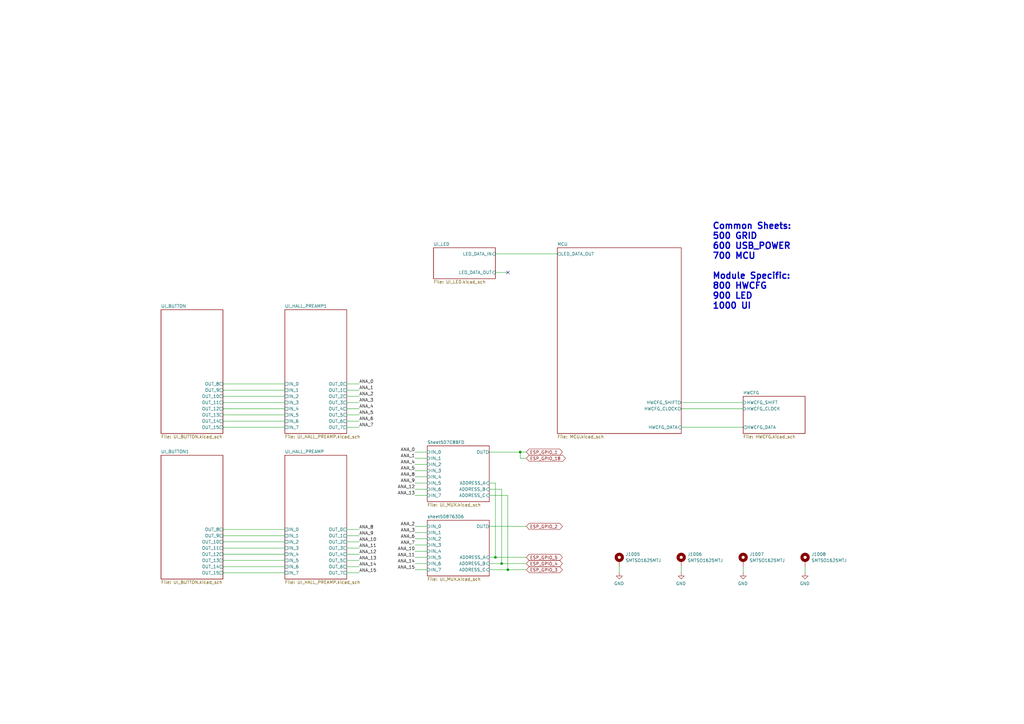
<source format=kicad_sch>
(kicad_sch (version 20231120) (generator "eeschema") (generator_version "8.0")
  (paper "A3")
  (lib_symbols
    (symbol "power:GND" (power) (pin_names (offset 0))
      (property "Value" "GND" (at 0 -3.81 0))
      (symbol "GND_0_1"
        (polyline (pts (xy 0 0) (xy 0 -1.27) (xy 1.27 -1.27) (xy 0 -2.54) (xy -1.27 -1.27) (xy 0 -1.27)))
      )
      (symbol "GND_1_1"
        (pin power_in line (at 0 0 270) (length 0) hide (name "GND") (number "1"))
      )
    )
    (symbol "suku_basics:SMD_NUT" (pin_numbers hide) (pin_names (offset 1.016) hide)
      (property "Reference" "J" (at 0 6.35 0))
      (property "Value" "SMD_NUT" (at 0 4.445 0))
      (symbol "SMD_NUT_0_1"
        (circle (center 0 1.27) (radius 1.27) (stroke (width 1.27)))
      )
      (symbol "SMD_NUT_1_1"
        (pin input line (at 0 -2.54 90) (length 2.54) (name "1") (number "1"))
      )
    )
  )
  (junction (at 213.36 185.42))
  (junction (at 203.2 228.6))
  (junction (at 208.28 233.68))
  (junction (at 205.74 231.14))
  (no_connect (at 208.28 111.76))
  (wire (pts (xy 147.32 217.17) (xy 142.24 217.17)))
  (wire (pts (xy 175.26 203.2) (xy 170.18 203.2)))
  (wire (pts (xy 279.4 165.1) (xy 304.8 165.1)))
  (wire (pts (xy 91.44 160.02) (xy 116.84 160.02)))
  (wire (pts (xy 91.44 217.17) (xy 116.84 217.17)))
  (wire (pts (xy 91.44 170.18) (xy 116.84 170.18)))
  (wire (pts (xy 203.2 111.76) (xy 208.28 111.76)))
  (wire (pts (xy 330.2 232.41) (xy 330.2 234.95)))
  (wire (pts (xy 142.24 160.02) (xy 147.32 160.02)))
  (wire (pts (xy 91.44 172.72) (xy 116.84 172.72)))
  (wire (pts (xy 228.6 104.14) (xy 203.2 104.14)))
  (wire (pts (xy 91.44 157.48) (xy 116.84 157.48)))
  (wire (pts (xy 203.2 228.6) (xy 215.9 228.6)))
  (wire (pts (xy 91.44 222.25) (xy 116.84 222.25)))
  (wire (pts (xy 91.44 167.64) (xy 116.84 167.64)))
  (wire (pts (xy 142.24 165.1) (xy 147.32 165.1)))
  (wire (pts (xy 175.26 198.12) (xy 170.18 198.12)))
  (wire (pts (xy 175.26 233.68) (xy 170.18 233.68)))
  (wire (pts (xy 142.24 224.79) (xy 147.32 224.79)))
  (wire (pts (xy 142.24 229.87) (xy 147.32 229.87)))
  (wire (pts (xy 208.28 203.2) (xy 208.28 233.68)))
  (wire (pts (xy 91.44 229.87) (xy 116.84 229.87)))
  (wire (pts (xy 142.24 175.26) (xy 147.32 175.26)))
  (wire (pts (xy 175.26 220.98) (xy 170.18 220.98)))
  (wire (pts (xy 200.66 228.6) (xy 203.2 228.6)))
  (wire (pts (xy 91.44 165.1) (xy 116.84 165.1)))
  (wire (pts (xy 142.24 234.95) (xy 147.32 234.95)))
  (wire (pts (xy 175.26 193.04) (xy 170.18 193.04)))
  (wire (pts (xy 200.66 185.42) (xy 213.36 185.42)))
  (wire (pts (xy 254 232.41) (xy 254 234.95)))
  (wire (pts (xy 91.44 175.26) (xy 116.84 175.26)))
  (wire (pts (xy 175.26 218.44) (xy 170.18 218.44)))
  (wire (pts (xy 91.44 224.79) (xy 116.84 224.79)))
  (wire (pts (xy 200.66 215.9) (xy 215.9 215.9)))
  (wire (pts (xy 200.66 200.66) (xy 205.74 200.66)))
  (wire (pts (xy 147.32 222.25) (xy 142.24 222.25)))
  (wire (pts (xy 213.36 187.96) (xy 213.36 185.42)))
  (wire (pts (xy 91.44 162.56) (xy 116.84 162.56)))
  (wire (pts (xy 147.32 227.33) (xy 142.24 227.33)))
  (wire (pts (xy 200.66 233.68) (xy 208.28 233.68)))
  (wire (pts (xy 142.24 170.18) (xy 147.32 170.18)))
  (wire (pts (xy 279.4 175.26) (xy 304.8 175.26)))
  (wire (pts (xy 205.74 200.66) (xy 205.74 231.14)))
  (wire (pts (xy 147.32 157.48) (xy 142.24 157.48)))
  (wire (pts (xy 200.66 231.14) (xy 205.74 231.14)))
  (wire (pts (xy 175.26 228.6) (xy 170.18 228.6)))
  (wire (pts (xy 203.2 198.12) (xy 203.2 228.6)))
  (wire (pts (xy 91.44 227.33) (xy 116.84 227.33)))
  (wire (pts (xy 147.32 232.41) (xy 142.24 232.41)))
  (wire (pts (xy 213.36 185.42) (xy 215.9 185.42)))
  (wire (pts (xy 175.26 187.96) (xy 170.18 187.96)))
  (wire (pts (xy 175.26 226.06) (xy 170.18 226.06)))
  (wire (pts (xy 215.9 187.96) (xy 213.36 187.96)))
  (wire (pts (xy 279.4 167.64) (xy 304.8 167.64)))
  (wire (pts (xy 175.26 195.58) (xy 170.18 195.58)))
  (wire (pts (xy 175.26 215.9) (xy 170.18 215.9)))
  (wire (pts (xy 91.44 232.41) (xy 116.84 232.41)))
  (wire (pts (xy 200.66 198.12) (xy 203.2 198.12)))
  (wire (pts (xy 91.44 219.71) (xy 116.84 219.71)))
  (wire (pts (xy 304.8 232.41) (xy 304.8 234.95)))
  (wire (pts (xy 208.28 233.68) (xy 215.9 233.68)))
  (wire (pts (xy 175.26 190.5) (xy 170.18 190.5)))
  (wire (pts (xy 147.32 172.72) (xy 142.24 172.72)))
  (wire (pts (xy 175.26 231.14) (xy 170.18 231.14)))
  (wire (pts (xy 91.44 234.95) (xy 116.84 234.95)))
  (wire (pts (xy 205.74 231.14) (xy 215.9 231.14)))
  (wire (pts (xy 142.24 219.71) (xy 147.32 219.71)))
  (wire (pts (xy 147.32 162.56) (xy 142.24 162.56)))
  (wire (pts (xy 175.26 185.42) (xy 170.18 185.42)))
  (wire (pts (xy 147.32 167.64) (xy 142.24 167.64)))
  (wire (pts (xy 175.26 223.52) (xy 170.18 223.52)))
  (wire (pts (xy 175.26 200.66) (xy 170.18 200.66)))
  (wire (pts (xy 200.66 203.2) (xy 208.28 203.2)))
  (wire (pts (xy 279.4 232.41) (xy 279.4 234.95)))
  (text "Common Sheets:\n500 GRID\n600 USB_POWER\n700 MCU\n\nModule Specific:\n800 HWCFG\n900 LED\n1000 UI" (at 292.1 127 0) (effects (font (size 2.54 2.54) (thickness 0.508) (bold yes)) (justify left bottom)))
  (label "ANA_9" (at 147.32 219.71 0))
  (label "ANA_11" (at 147.32 224.79 0))
  (label "ANA_6" (at 170.18 220.98 180))
  (label "ANA_15" (at 170.18 233.68 180))
  (label "ANA_8" (at 147.32 217.17 0))
  (label "ANA_9" (at 170.18 198.12 180))
  (label "ANA_15" (at 147.32 234.95 0))
  (label "ANA_14" (at 170.18 231.14 180))
  (label "ANA_3" (at 147.32 165.1 0))
  (label "ANA_10" (at 170.18 226.06 180))
  (label "ANA_4" (at 170.18 190.5 180))
  (label "ANA_5" (at 170.18 193.04 180))
  (label "ANA_1" (at 170.18 187.96 180))
  (label "ANA_11" (at 170.18 228.6 180))
  (label "ANA_1" (at 147.32 160.02 0))
  (label "ANA_13" (at 170.18 203.2 180))
  (label "ANA_7" (at 170.18 223.52 180))
  (label "ANA_2" (at 147.32 162.56 0))
  (label "ANA_7" (at 147.32 175.26 0))
  (label "ANA_2" (at 170.18 215.9 180))
  (label "ANA_6" (at 147.32 172.72 0))
  (label "ANA_12" (at 147.32 227.33 0))
  (label "ANA_0" (at 147.32 157.48 0))
  (label "ANA_14" (at 147.32 232.41 0))
  (label "ANA_12" (at 170.18 200.66 180))
  (label "ANA_8" (at 170.18 195.58 180))
  (label "ANA_10" (at 147.32 222.25 0))
  (label "ANA_5" (at 147.32 170.18 0))
  (label "ANA_13" (at 147.32 229.87 0))
  (label "ANA_0" (at 170.18 185.42 180))
  (label "ANA_3" (at 170.18 218.44 180))
  (label "ANA_4" (at 147.32 167.64 0))
  (global_label "ESP_GPIO_5" (shape bidirectional) (at 215.9 228.6 0) (property "Intersheetrefs" "${INTERSHEET_REFS}" (effects (hide yes))))
  (global_label "ESP_GPIO_1" (shape bidirectional) (at 215.9 185.42 0) (property "Intersheetrefs" "${INTERSHEET_REFS}" (effects (hide yes))))
  (global_label "ESP_GPIO_18" (shape bidirectional) (at 215.9 187.96 0) (property "Intersheetrefs" "${INTERSHEET_REFS}" (effects (hide yes))))
  (global_label "ESP_GPIO_4" (shape bidirectional) (at 215.9 231.14 0) (property "Intersheetrefs" "${INTERSHEET_REFS}" (effects (hide yes))))
  (global_label "ESP_GPIO_3" (shape bidirectional) (at 215.9 233.68 0) (property "Intersheetrefs" "${INTERSHEET_REFS}" (effects (hide yes))))
  (global_label "ESP_GPIO_2" (shape bidirectional) (at 215.9 215.9 0) (property "Intersheetrefs" "${INTERSHEET_REFS}" (effects (hide yes))))
  (symbol (lib_id "suku_basics:SMD_NUT") (at 330.2 229.87 0) (unit 1)
    (property "Reference" "J1008" (at 332.74 227.3299 0) (effects (justify left)))
    (property "Value" "SMTSO1625MTJ" (at 332.74 229.8699 0) (effects (justify left)))
    (property "Footprint" "suku_basics:SMD_NUT_M1.6x2.5" (effects (hide yes)))
    (property "Description" "SMD Nut" (effects (hide yes)))
  )
  (symbol (lib_id "power:GND") (at 279.4 234.95 0) (mirror y) (unit 1)
    (property "Reference" "#PWR01175" (effects (hide yes)))
    (property "Value" "GND" (at 279.273 239.3442 0))
  )
  (symbol (lib_id "power:GND") (at 330.2 234.95 0) (mirror y) (unit 1)
    (property "Reference" "#PWR01177" (effects (hide yes)))
    (property "Value" "GND" (at 330.073 239.3442 0))
  )
  (symbol (lib_id "suku_basics:SMD_NUT") (at 254 229.87 0) (unit 1)
    (property "Reference" "J1005" (at 256.54 227.3299 0) (effects (justify left)))
    (property "Value" "SMTSO1625MTJ" (at 256.54 229.8699 0) (effects (justify left)))
    (property "Footprint" "suku_basics:SMD_NUT_M1.6x2.5" (effects (hide yes)))
    (property "Description" "SMD Nut" (effects (hide yes)))
  )
  (symbol (lib_id "suku_basics:SMD_NUT") (at 279.4 229.87 0) (unit 1)
    (property "Reference" "J1006" (at 281.94 227.3299 0) (effects (justify left)))
    (property "Value" "SMTSO1625MTJ" (at 281.94 229.8699 0) (effects (justify left)))
    (property "Footprint" "suku_basics:SMD_NUT_M1.6x2.5" (effects (hide yes)))
    (property "Description" "SMD Nut" (effects (hide yes)))
  )
  (symbol (lib_id "power:GND") (at 304.8 234.95 0) (mirror y) (unit 1)
    (property "Reference" "#PWR01176" (effects (hide yes)))
    (property "Value" "GND" (at 304.673 239.3442 0))
  )
  (symbol (lib_id "power:GND") (at 254 234.95 0) (mirror y) (unit 1)
    (property "Reference" "#PWR01174" (effects (hide yes)))
    (property "Value" "GND" (at 253.873 239.3442 0))
  )
  (symbol (lib_id "suku_basics:SMD_NUT") (at 304.8 229.87 0) (unit 1)
    (property "Reference" "J1007" (at 307.34 227.3299 0) (effects (justify left)))
    (property "Value" "SMTSO1625MTJ" (at 307.34 229.8699 0) (effects (justify left)))
    (property "Footprint" "suku_basics:SMD_NUT_M1.6x2.5" (effects (hide yes)))
    (property "Description" "SMD Nut" (effects (hide yes)))
  )
  (sheet (at 177.8 101.6) (size 25.4 12.7)
    (property "Sheetname" "UI_LED" (at 177.8 100.8884 0) (effects (justify left bottom)))
    (property "Sheetfile" "UI_LED.kicad_sch" (at 177.8 114.8846 0) (effects (justify left top)))
    (pin "LED_DATA_IN" input (at 203.2 104.14 0))
    (pin "LED_DATA_OUT" input (at 203.2 111.76 0))
  )
  (sheet (at 228.6 101.6) (size 50.8 76.2)
    (property "Sheetname" "MCU" (at 228.6 100.8884 0) (effects (justify left bottom)))
    (property "Sheetfile" "MCU.kicad_sch" (at 228.6 178.3846 0) (effects (justify left top)))
    (pin "LED_DATA_OUT" output (at 228.6 104.14 180))
    (pin "HWCFG_DATA" input (at 279.4 175.26 0))
    (pin "HWCFG_CLOCK" output (at 279.4 167.64 0))
    (pin "HWCFG_SHIFT" output (at 279.4 165.1 0))
  )
  (sheet (at 175.26 182.88) (size 25.4 22.86)
    (property "Sheetname" "Sheet5D7C8BFD" (at 175.26 182.1684 0) (effects (justify left bottom)))
    (property "Sheetfile" "UI_MUX.kicad_sch" (at 175.26 206.3246 0) (effects (justify left top)))
    (pin "OUT" output (at 200.66 185.42 0))
    (pin "IN_0" input (at 175.26 185.42 180))
    (pin "IN_1" input (at 175.26 187.96 180))
    (pin "IN_2" input (at 175.26 190.5 180))
    (pin "IN_3" input (at 175.26 193.04 180))
    (pin "IN_4" input (at 175.26 195.58 180))
    (pin "IN_5" input (at 175.26 198.12 180))
    (pin "IN_6" input (at 175.26 200.66 180))
    (pin "IN_7" input (at 175.26 203.2 180))
    (pin "ADDRESS_C" input (at 200.66 203.2 0))
    (pin "ADDRESS_B" input (at 200.66 200.66 0))
    (pin "ADDRESS_A" input (at 200.66 198.12 0))
  )
  (sheet (at 175.26 213.36) (size 25.4 22.86)
    (property "Sheetname" "sheet5D8763D6" (at 175.26 212.6484 0) (effects (justify left bottom)))
    (property "Sheetfile" "UI_MUX.kicad_sch" (at 175.26 236.8046 0) (effects (justify left top)))
    (pin "IN_0" input (at 175.26 215.9 180))
    (pin "IN_1" input (at 175.26 218.44 180))
    (pin "IN_2" input (at 175.26 220.98 180))
    (pin "IN_3" input (at 175.26 223.52 180))
    (pin "IN_4" input (at 175.26 226.06 180))
    (pin "IN_5" input (at 175.26 228.6 180))
    (pin "IN_6" input (at 175.26 231.14 180))
    (pin "IN_7" input (at 175.26 233.68 180))
    (pin "OUT" output (at 200.66 215.9 0))
    (pin "ADDRESS_C" input (at 200.66 233.68 0))
    (pin "ADDRESS_B" input (at 200.66 231.14 0))
    (pin "ADDRESS_A" input (at 200.66 228.6 0))
  )
  (sheet (at 304.8 162.56) (size 25.4 15.24)
    (property "Sheetname" "HWCFG" (at 304.8 161.8484 0) (effects (justify left bottom)))
    (property "Sheetfile" "HWCFG.kicad_sch" (at 304.8 178.3846 0) (effects (justify left top)))
    (pin "HWCFG_DATA" output (at 304.8 175.26 180))
    (pin "HWCFG_CLOCK" input (at 304.8 167.64 180))
    (pin "HWCFG_SHIFT" input (at 304.8 165.1 180))
  )
  (sheet (at 66.04 186.69) (size 25.4 50.8)
    (property "Sheetname" "UI_BUTTON1" (at 66.04 185.9784 0) (effects (justify left bottom)))
    (property "Sheetfile" "UI_BUTTON.kicad_sch" (at 66.04 238.0746 0) (effects (justify left top)))
    (pin "OUT_12" passive (at 91.44 227.33 0))
    (pin "OUT_13" passive (at 91.44 229.87 0))
    (pin "OUT_14" passive (at 91.44 232.41 0))
    (pin "OUT_15" passive (at 91.44 234.95 0))
    (pin "OUT_11" passive (at 91.44 224.79 0))
    (pin "OUT_10" passive (at 91.44 222.25 0))
    (pin "OUT_9" passive (at 91.44 219.71 0))
    (pin "OUT_8" passive (at 91.44 217.17 0))
  )
  (sheet (at 66.04 127) (size 25.4 50.8)
    (property "Sheetname" "UI_BUTTON" (at 66.04 126.2884 0) (effects (justify left bottom)))
    (property "Sheetfile" "UI_BUTTON.kicad_sch" (at 66.04 178.3846 0) (effects (justify left top)))
    (pin "OUT_12" passive (at 91.44 167.64 0))
    (pin "OUT_13" passive (at 91.44 170.18 0))
    (pin "OUT_14" passive (at 91.44 172.72 0))
    (pin "OUT_15" passive (at 91.44 175.26 0))
    (pin "OUT_11" passive (at 91.44 165.1 0))
    (pin "OUT_10" passive (at 91.44 162.56 0))
    (pin "OUT_9" passive (at 91.44 160.02 0))
    (pin "OUT_8" passive (at 91.44 157.48 0))
  )
  (sheet (at 116.84 186.69) (size 25.4 50.8) (stroke (width 0.1524))
    (property "Sheetname" "UI_HALL_PREAMP" (at 116.84 185.9784 0) (effects (justify left bottom)))
    (property "Sheetfile" "UI_HALL_PREAMP.kicad_sch" (at 116.84 238.0746 0) (effects (justify left top)))
    (pin "OUT_6" passive (at 142.24 232.41 0))
    (pin "OUT_5" passive (at 142.24 229.87 0))
    (pin "OUT_4" passive (at 142.24 227.33 0))
    (pin "OUT_7" passive (at 142.24 234.95 0))
    (pin "IN_5" passive (at 116.84 229.87 180))
    (pin "IN_4" passive (at 116.84 227.33 180))
    (pin "IN_6" passive (at 116.84 232.41 180))
    (pin "IN_7" passive (at 116.84 234.95 180))
    (pin "OUT_2" passive (at 142.24 222.25 0))
    (pin "OUT_3" passive (at 142.24 224.79 0))
    (pin "IN_0" passive (at 116.84 217.17 180))
    (pin "IN_1" passive (at 116.84 219.71 180))
    (pin "OUT_0" passive (at 142.24 217.17 0))
    (pin "IN_2" passive (at 116.84 222.25 180))
    (pin "OUT_1" passive (at 142.24 219.71 0))
    (pin "IN_3" passive (at 116.84 224.79 180))
  )
  (sheet (at 116.84 127) (size 25.4 50.8) (stroke (width 0.1524))
    (property "Sheetname" "UI_HALL_PREAMP1" (at 116.84 126.2884 0) (effects (justify left bottom)))
    (property "Sheetfile" "UI_HALL_PREAMP.kicad_sch" (at 116.84 178.3846 0) (effects (justify left top)))
    (pin "OUT_6" passive (at 142.24 172.72 0))
    (pin "OUT_5" passive (at 142.24 170.18 0))
    (pin "OUT_4" passive (at 142.24 167.64 0))
    (pin "OUT_7" passive (at 142.24 175.26 0))
    (pin "IN_5" passive (at 116.84 170.18 180))
    (pin "IN_4" passive (at 116.84 167.64 180))
    (pin "IN_6" passive (at 116.84 172.72 180))
    (pin "IN_7" passive (at 116.84 175.26 180))
    (pin "OUT_2" passive (at 142.24 162.56 0))
    (pin "OUT_3" passive (at 142.24 165.1 0))
    (pin "IN_0" passive (at 116.84 157.48 180))
    (pin "IN_1" passive (at 116.84 160.02 180))
    (pin "OUT_0" passive (at 142.24 157.48 0))
    (pin "IN_2" passive (at 116.84 162.56 180))
    (pin "OUT_1" passive (at 142.24 160.02 0))
    (pin "IN_3" passive (at 116.84 165.1 180))
  )
)
</source>
